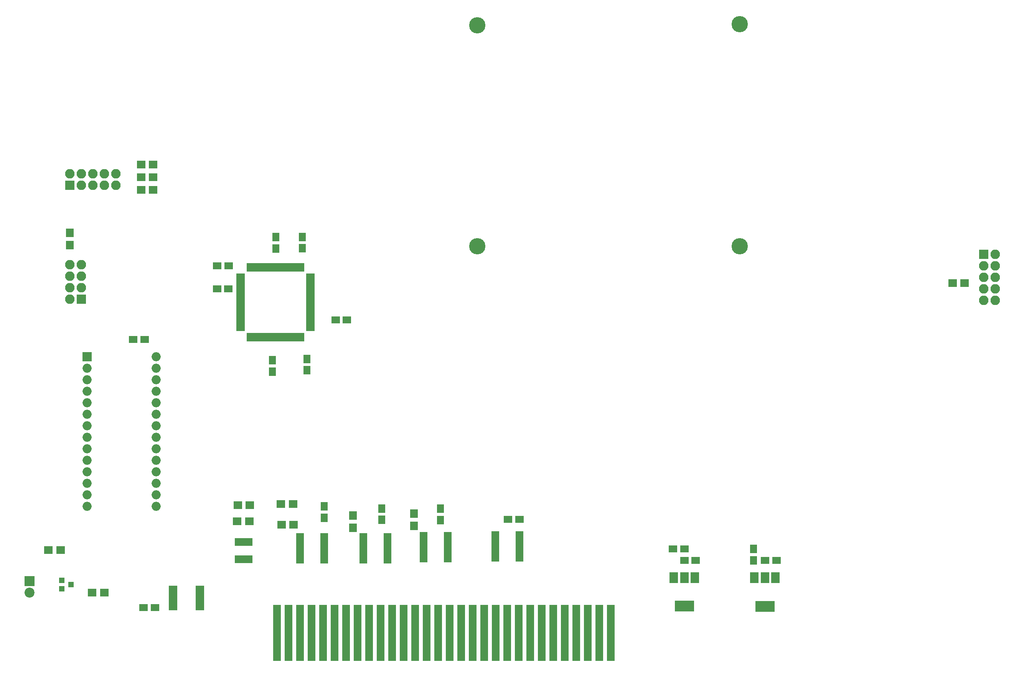
<source format=gbr>
%TF.GenerationSoftware,KiCad,Pcbnew,4.0.7-e2-6376~61~ubuntu18.04.1*%
%TF.CreationDate,2018-07-10T18:24:55-07:00*%
%TF.ProjectId,tipi-peb,746970692D7065622E6B696361645F70,rev?*%
%TF.FileFunction,Soldermask,Top*%
%FSLAX46Y46*%
G04 Gerber Fmt 4.6, Leading zero omitted, Abs format (unit mm)*
G04 Created by KiCad (PCBNEW 4.0.7-e2-6376~61~ubuntu18.04.1) date Tue Jul 10 18:24:55 2018*
%MOMM*%
%LPD*%
G01*
G04 APERTURE LIST*
%ADD10C,0.150000*%
%ADD11C,3.600000*%
%ADD12R,1.900000X1.650000*%
%ADD13R,1.650000X1.900000*%
%ADD14R,2.100000X2.100000*%
%ADD15O,2.100000X2.100000*%
%ADD16R,2.200000X2.200000*%
%ADD17C,2.200000*%
%ADD18R,1.800000X12.400000*%
%ADD19R,1.300000X1.200000*%
%ADD20R,1.900000X1.700000*%
%ADD21R,1.700000X1.900000*%
%ADD22R,2.000000X2.000000*%
%ADD23O,2.000000X2.000000*%
%ADD24R,1.670000X0.806400*%
%ADD25R,1.900000X0.700000*%
%ADD26R,0.700000X1.900000*%
%ADD27R,1.900000X0.850000*%
%ADD28R,4.200000X2.400000*%
%ADD29R,1.900000X2.400000*%
%ADD30R,1.370000X1.670000*%
G04 APERTURE END LIST*
D10*
D11*
X138176000Y-78740000D03*
X196088000Y-78740000D03*
X138176000Y-29972000D03*
D12*
X64556000Y-158496000D03*
X67056000Y-158496000D03*
X62270000Y-99314000D03*
X64770000Y-99314000D03*
D13*
X104394000Y-136184000D03*
X104394000Y-138684000D03*
X130048000Y-136692000D03*
X130048000Y-139192000D03*
X93726000Y-79248000D03*
X93726000Y-76748000D03*
D12*
X83312000Y-83058000D03*
X80812000Y-83058000D03*
D13*
X92964000Y-103926000D03*
X92964000Y-106426000D03*
X117094000Y-136672000D03*
X117094000Y-139172000D03*
X100584000Y-103632000D03*
X100584000Y-106132000D03*
D12*
X106934000Y-94996000D03*
X109434000Y-94996000D03*
D13*
X99568000Y-79228000D03*
X99568000Y-76728000D03*
D12*
X83292000Y-88138000D03*
X80792000Y-88138000D03*
X144992643Y-139059519D03*
X147492643Y-139059519D03*
D13*
X199136000Y-148082000D03*
X199136000Y-145582000D03*
D12*
X186396000Y-148082000D03*
X183896000Y-148082000D03*
X201716000Y-148082000D03*
X204216000Y-148082000D03*
X181396000Y-145542000D03*
X183896000Y-145542000D03*
D14*
X50800000Y-90424000D03*
D15*
X48260000Y-90424000D03*
X50800000Y-87884000D03*
X48260000Y-87884000D03*
X50800000Y-85344000D03*
X48260000Y-85344000D03*
X50800000Y-82804000D03*
X48260000Y-82804000D03*
D16*
X39370000Y-152654000D03*
D17*
X39370000Y-155194000D03*
D18*
X165100000Y-164084000D03*
X167640000Y-164084000D03*
X162560000Y-164084000D03*
X160020000Y-164084000D03*
X157480000Y-164084000D03*
X154940000Y-164084000D03*
X152400000Y-164084000D03*
X149860000Y-164084000D03*
X147320000Y-164084000D03*
X144780000Y-164084000D03*
X142240000Y-164084000D03*
X139700000Y-164084000D03*
X137160000Y-164084000D03*
X134620000Y-164084000D03*
X132080000Y-164084000D03*
X129540000Y-164084000D03*
X127000000Y-164084000D03*
X124460000Y-164084000D03*
X121920000Y-164084000D03*
X119380000Y-164084000D03*
X116840000Y-164084000D03*
X114300000Y-164084000D03*
X111760000Y-164084000D03*
X109220000Y-164084000D03*
X106680000Y-164084000D03*
X104140000Y-164084000D03*
X101600000Y-164084000D03*
X99060000Y-164084000D03*
X96520000Y-164084000D03*
X93980000Y-164084000D03*
D14*
X48260000Y-65278000D03*
D15*
X48260000Y-62738000D03*
X50800000Y-65278000D03*
X50800000Y-62738000D03*
X53340000Y-65278000D03*
X53340000Y-62738000D03*
X55880000Y-65278000D03*
X55880000Y-62738000D03*
X58420000Y-65278000D03*
X58420000Y-62738000D03*
D19*
X46514000Y-152466000D03*
X46514000Y-154366000D03*
X48514000Y-153416000D03*
D20*
X94996000Y-140208000D03*
X97696000Y-140208000D03*
D21*
X124206000Y-137762000D03*
X124206000Y-140462000D03*
X110744000Y-138176000D03*
X110744000Y-140876000D03*
X48260000Y-78486000D03*
X48260000Y-75786000D03*
D20*
X46228000Y-145796000D03*
X43528000Y-145796000D03*
X55880000Y-155194000D03*
X53180000Y-155194000D03*
X64008000Y-66294000D03*
X66708000Y-66294000D03*
X64008000Y-63500000D03*
X66708000Y-63500000D03*
X64008000Y-60706000D03*
X66708000Y-60706000D03*
D14*
X249936000Y-80518000D03*
D15*
X252476000Y-80518000D03*
X249936000Y-83058000D03*
X252476000Y-83058000D03*
X249936000Y-85598000D03*
X252476000Y-85598000D03*
X249936000Y-88138000D03*
X252476000Y-88138000D03*
X249936000Y-90678000D03*
X252476000Y-90678000D03*
D22*
X52070000Y-103124000D03*
D23*
X67310000Y-136144000D03*
X52070000Y-105664000D03*
X67310000Y-133604000D03*
X52070000Y-108204000D03*
X67310000Y-131064000D03*
X52070000Y-110744000D03*
X67310000Y-128524000D03*
X52070000Y-113284000D03*
X67310000Y-125984000D03*
X52070000Y-115824000D03*
X67310000Y-123444000D03*
X52070000Y-118364000D03*
X67310000Y-120904000D03*
X52070000Y-120904000D03*
X67310000Y-118364000D03*
X52070000Y-123444000D03*
X67310000Y-115824000D03*
X52070000Y-125984000D03*
X67310000Y-113284000D03*
X52070000Y-128524000D03*
X67310000Y-110744000D03*
X52070000Y-131064000D03*
X67310000Y-108204000D03*
X52070000Y-133604000D03*
X67310000Y-105664000D03*
X52070000Y-136144000D03*
X67310000Y-103124000D03*
D24*
X99060000Y-142494000D03*
X99060000Y-143129000D03*
X99060000Y-143789400D03*
X99060000Y-144449800D03*
X99060000Y-145084800D03*
X99060000Y-145745200D03*
X99060000Y-146405600D03*
X99060000Y-147040600D03*
X99060000Y-147701000D03*
X99060000Y-148336000D03*
X104394000Y-148336000D03*
X104394000Y-147701000D03*
X104394000Y-147040600D03*
X104394000Y-146405600D03*
X104394000Y-145745200D03*
X104394000Y-145084800D03*
X104394000Y-144449800D03*
X104394000Y-143789400D03*
X104394000Y-143129000D03*
X104394000Y-142494000D03*
X126373867Y-142267125D03*
X126373867Y-142902125D03*
X126373867Y-143562525D03*
X126373867Y-144222925D03*
X126373867Y-144857925D03*
X126373867Y-145518325D03*
X126373867Y-146178725D03*
X126373867Y-146813725D03*
X126373867Y-147474125D03*
X126373867Y-148109125D03*
X131707867Y-148109125D03*
X131707867Y-147474125D03*
X131707867Y-146813725D03*
X131707867Y-146178725D03*
X131707867Y-145518325D03*
X131707867Y-144857925D03*
X131707867Y-144222925D03*
X131707867Y-143562525D03*
X131707867Y-142902125D03*
X131707867Y-142267125D03*
X113030000Y-142494000D03*
X113030000Y-143129000D03*
X113030000Y-143789400D03*
X113030000Y-144449800D03*
X113030000Y-145084800D03*
X113030000Y-145745200D03*
X113030000Y-146405600D03*
X113030000Y-147040600D03*
X113030000Y-147701000D03*
X113030000Y-148336000D03*
X118364000Y-148336000D03*
X118364000Y-147701000D03*
X118364000Y-147040600D03*
X118364000Y-146405600D03*
X118364000Y-145745200D03*
X118364000Y-145084800D03*
X118364000Y-144449800D03*
X118364000Y-143789400D03*
X118364000Y-143129000D03*
X118364000Y-142494000D03*
D25*
X101354000Y-97106000D03*
X101354000Y-96606000D03*
X101354000Y-96106000D03*
X101354000Y-95606000D03*
X101354000Y-95106000D03*
X101354000Y-94606000D03*
X101354000Y-94106000D03*
X101354000Y-93606000D03*
X101354000Y-93106000D03*
X101354000Y-92606000D03*
X101354000Y-92106000D03*
X101354000Y-91606000D03*
X101354000Y-91106000D03*
X101354000Y-90606000D03*
X101354000Y-90106000D03*
X101354000Y-89606000D03*
X101354000Y-89106000D03*
X101354000Y-88606000D03*
X101354000Y-88106000D03*
X101354000Y-87606000D03*
X101354000Y-87106000D03*
X101354000Y-86606000D03*
X101354000Y-86106000D03*
X101354000Y-85606000D03*
X101354000Y-85106000D03*
D26*
X99654000Y-83406000D03*
X99154000Y-83406000D03*
X98654000Y-83406000D03*
X98154000Y-83406000D03*
X97654000Y-83406000D03*
X97154000Y-83406000D03*
X96654000Y-83406000D03*
X96154000Y-83406000D03*
X95654000Y-83406000D03*
X95154000Y-83406000D03*
X94654000Y-83406000D03*
X94154000Y-83406000D03*
X93654000Y-83406000D03*
X93154000Y-83406000D03*
X92654000Y-83406000D03*
X92154000Y-83406000D03*
X91654000Y-83406000D03*
X91154000Y-83406000D03*
X90654000Y-83406000D03*
X90154000Y-83406000D03*
X89654000Y-83406000D03*
X89154000Y-83406000D03*
X88654000Y-83406000D03*
X88154000Y-83406000D03*
X87654000Y-83406000D03*
D25*
X85954000Y-85106000D03*
X85954000Y-85606000D03*
X85954000Y-86106000D03*
X85954000Y-86606000D03*
X85954000Y-87106000D03*
X85954000Y-87606000D03*
X85954000Y-88106000D03*
X85954000Y-88606000D03*
X85954000Y-89106000D03*
X85954000Y-89606000D03*
X85954000Y-90106000D03*
X85954000Y-90606000D03*
X85954000Y-91106000D03*
X85954000Y-91606000D03*
X85954000Y-92106000D03*
X85954000Y-92606000D03*
X85954000Y-93106000D03*
X85954000Y-93606000D03*
X85954000Y-94106000D03*
X85954000Y-94606000D03*
X85954000Y-95106000D03*
X85954000Y-95606000D03*
X85954000Y-96106000D03*
X85954000Y-96606000D03*
X85954000Y-97106000D03*
D26*
X87654000Y-98806000D03*
X88154000Y-98806000D03*
X88654000Y-98806000D03*
X89154000Y-98806000D03*
X89654000Y-98806000D03*
X90154000Y-98806000D03*
X90654000Y-98806000D03*
X91154000Y-98806000D03*
X91654000Y-98806000D03*
X92154000Y-98806000D03*
X92654000Y-98806000D03*
X93154000Y-98806000D03*
X93654000Y-98806000D03*
X94154000Y-98806000D03*
X94654000Y-98806000D03*
X95154000Y-98806000D03*
X95654000Y-98806000D03*
X96154000Y-98806000D03*
X96654000Y-98806000D03*
X97154000Y-98806000D03*
X97654000Y-98806000D03*
X98154000Y-98806000D03*
X98654000Y-98806000D03*
X99154000Y-98806000D03*
X99654000Y-98806000D03*
D24*
X142158643Y-142107519D03*
X142158643Y-142742519D03*
X142158643Y-143402919D03*
X142158643Y-144063319D03*
X142158643Y-144698319D03*
X142158643Y-145358719D03*
X142158643Y-146019119D03*
X142158643Y-146654119D03*
X142158643Y-147314519D03*
X142158643Y-147949519D03*
X147492643Y-147949519D03*
X147492643Y-147314519D03*
X147492643Y-146654119D03*
X147492643Y-146019119D03*
X147492643Y-145358719D03*
X147492643Y-144698319D03*
X147492643Y-144063319D03*
X147492643Y-143402919D03*
X147492643Y-142742519D03*
X147492643Y-142107519D03*
D27*
X76962000Y-158668000D03*
X76962000Y-158018000D03*
X76962000Y-157368000D03*
X76962000Y-156718000D03*
X76962000Y-156068000D03*
X76962000Y-155418000D03*
X76962000Y-154768000D03*
X76962000Y-154118000D03*
X71062000Y-154118000D03*
X71062000Y-154768000D03*
X71062000Y-155418000D03*
X71062000Y-156068000D03*
X71062000Y-156718000D03*
X71062000Y-157368000D03*
X71062000Y-158018000D03*
X71062000Y-158668000D03*
D20*
X97536000Y-135636000D03*
X94836000Y-135636000D03*
D28*
X183896000Y-158192000D03*
D29*
X183896000Y-151892000D03*
X181596000Y-151892000D03*
X186196000Y-151892000D03*
D28*
X201676000Y-158242000D03*
D29*
X201676000Y-151942000D03*
X199376000Y-151942000D03*
X203976000Y-151942000D03*
D11*
X196088000Y-29718000D03*
D20*
X245778000Y-86868000D03*
X243078000Y-86868000D03*
D30*
X85344000Y-147828000D03*
X86614000Y-147828000D03*
X87884000Y-147828000D03*
X85344000Y-144018000D03*
X86614000Y-144018000D03*
X87884000Y-144018000D03*
D20*
X88044000Y-135890000D03*
X85344000Y-135890000D03*
X87884000Y-139446000D03*
X85184000Y-139446000D03*
M02*

</source>
